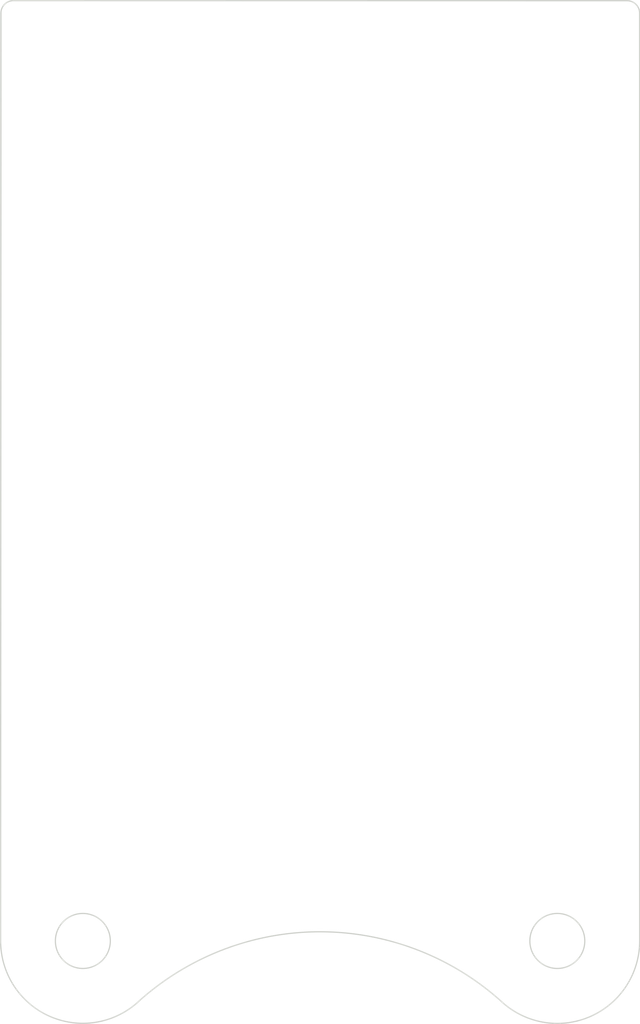
<source format=kicad_pcb>
(kicad_pcb (version 20221018) (generator pcbnew)

  (general
    (thickness 1.6)
  )

  (paper "A4")
  (layers
    (0 "F.Cu" signal)
    (31 "B.Cu" signal)
    (32 "B.Adhes" user "B.Adhesive")
    (33 "F.Adhes" user "F.Adhesive")
    (34 "B.Paste" user)
    (35 "F.Paste" user)
    (36 "B.SilkS" user "B.Silkscreen")
    (37 "F.SilkS" user "F.Silkscreen")
    (38 "B.Mask" user)
    (39 "F.Mask" user)
    (40 "Dwgs.User" user "User.Drawings")
    (41 "Cmts.User" user "User.Comments")
    (42 "Eco1.User" user "User.Eco1")
    (43 "Eco2.User" user "User.Eco2")
    (44 "Edge.Cuts" user)
    (45 "Margin" user)
    (46 "B.CrtYd" user "B.Courtyard")
    (47 "F.CrtYd" user "F.Courtyard")
    (48 "B.Fab" user)
    (49 "F.Fab" user)
    (50 "User.1" user)
    (51 "User.2" user)
    (52 "User.3" user)
    (53 "User.4" user)
    (54 "User.5" user)
    (55 "User.6" user)
    (56 "User.7" user)
    (57 "User.8" user)
    (58 "User.9" user)
  )

  (setup
    (pad_to_mask_clearance 0)
    (pcbplotparams
      (layerselection 0x0001000_7ffffffe)
      (plot_on_all_layers_selection 0x0000000_00000000)
      (disableapertmacros false)
      (usegerberextensions false)
      (usegerberattributes true)
      (usegerberadvancedattributes true)
      (creategerberjobfile true)
      (dashed_line_dash_ratio 12.000000)
      (dashed_line_gap_ratio 3.000000)
      (svgprecision 4)
      (plotframeref false)
      (viasonmask false)
      (mode 1)
      (useauxorigin false)
      (hpglpennumber 1)
      (hpglpenspeed 20)
      (hpglpendiameter 15.000000)
      (dxfpolygonmode true)
      (dxfimperialunits true)
      (dxfusepcbnewfont true)
      (psnegative false)
      (psa4output false)
      (plotreference true)
      (plotvalue true)
      (plotinvisibletext false)
      (sketchpadsonfab false)
      (subtractmaskfromsilk false)
      (outputformat 3)
      (mirror false)
      (drillshape 0)
      (scaleselection 1)
      (outputdirectory "")
    )
  )

  (net 0 "")

  (gr_circle (center 180.5 96) (end 180.5 94.9)
    (stroke (width 0.05) (type default)) (fill none) (layer "Edge.Cuts") (tstamp 4991ed3a-c4c3-41e3-bb1a-12f1498556b6))
  (gr_arc (start 183.797347 96) (mid 181.843188 99.011369) (end 178.296959 98.453387)
    (stroke (width 0.05) (type default)) (layer "Edge.Cuts") (tstamp 5f24b1b8-35d0-41c9-bf0d-bf7ab812e70b))
  (gr_line (start 158.72 58.4) (end 183.296447 58.403553)
    (stroke (width 0.05) (type default)) (layer "Edge.Cuts") (tstamp 8429f569-c81c-4b46-8ca3-fef2bdee5d20))
  (gr_line (start 183.797347 96) (end 183.796393 58.903553)
    (stroke (width 0.05) (type default)) (layer "Edge.Cuts") (tstamp 94cbbd9b-aaed-4434-8516-becd8deff875))
  (gr_arc (start 163.777203 98.378412) (mid 171.051132 95.63317) (end 178.296515 98.45289)
    (stroke (width 0.05) (type default)) (layer "Edge.Cuts") (tstamp aed384ea-b90c-4b55-961a-72cfd6838d3c))
  (gr_arc (start 163.777203 98.378412) (mid 160.206915 99.028272) (end 158.207205 96)
    (stroke (width 0.05) (type default)) (layer "Edge.Cuts") (tstamp d24f26ec-8b2d-432f-8617-6babf6f0bb54))
  (gr_arc (start 183.296447 58.403553) (mid 183.649972 58.550012) (end 183.796393 58.903553)
    (stroke (width 0.05) (type solid)) (layer "Edge.Cuts") (tstamp d4d5eb99-4b58-4294-8e57-71797f9f747b))
  (gr_arc (start 158.22 58.899946) (mid 158.366459 58.546421) (end 158.72 58.4)
    (stroke (width 0.05) (type solid)) (layer "Edge.Cuts") (tstamp d62ae6e2-fc96-48cc-8def-92ddf339e511))
  (gr_line (start 158.207205 96) (end 158.22 58.899946)
    (stroke (width 0.05) (type default)) (layer "Edge.Cuts") (tstamp e27276e8-439e-4144-9f76-fc10504699ad))
  (gr_circle (center 161.5 96) (end 161.5 94.9)
    (stroke (width 0.05) (type default)) (fill none) (layer "Edge.Cuts") (tstamp ec11d59e-02d6-4c37-8587-72db6bb76a49))
  (gr_arc (start 163.8 98.5) (mid 171.163278 95.575553) (end 178.546228 98.449973)
    (stroke (width 0.1) (type default)) (layer "User.9") (tstamp 155f431d-fb12-440e-94a0-28747f2a0060))
  (gr_arc (start 163.799999 98.499999) (mid 160.995916 99.027879) (end 159.418819 96.65)
    (stroke (width 0.1) (type default)) (layer "User.9") (tstamp 3e4da1eb-c4e6-42fb-bc7d-4d44351aabbe))
  (gr_line (start 182.525963 59.596377) (end 159.905596 59.508463)
    (stroke (width 0.1) (type default)) (layer "User.9") (tstamp 7e96f169-2d16-4bdc-81a4-85c1a13b250c))
  (gr_arc (start 182.525963 59.596377) (mid 182.84 59.75) (end 182.977829 60.071283)
    (stroke (width 0.1) (type default)) (layer "User.9") (tstamp 808c0dcf-bdf1-42d1-a57f-d1e6f7d87b0b))
  (gr_line (start 182.949289 96.7) (end 182.977829 60.071283)
    (stroke (width 0.1) (type default)) (layer "User.9") (tstamp 83728f96-a362-4b37-b840-4faec9eea80e))
  (gr_arc (start 159.471876 60) (mid 159.597535 59.673753) (end 159.905596 59.508463)
    (stroke (width 0.1) (type default)) (layer "User.9") (tstamp 978a8063-8e07-49af-b4eb-d2f1ddc5db85))
  (gr_line (start 159.471876 60) (end 159.418819 96.65)
    (stroke (width 0.1) (type default)) (layer "User.9") (tstamp bfb83a2e-76a6-4810-be4b-d25eb755d42b))
  (gr_arc (start 182.949289 96.7) (mid 181.341561 99.069037) (end 178.546228 98.449973)
    (stroke (width 0.1) (type default)) (layer "User.9") (tstamp c03b4de3-4aba-4a73-a259-ac20991bceaa))

)

</source>
